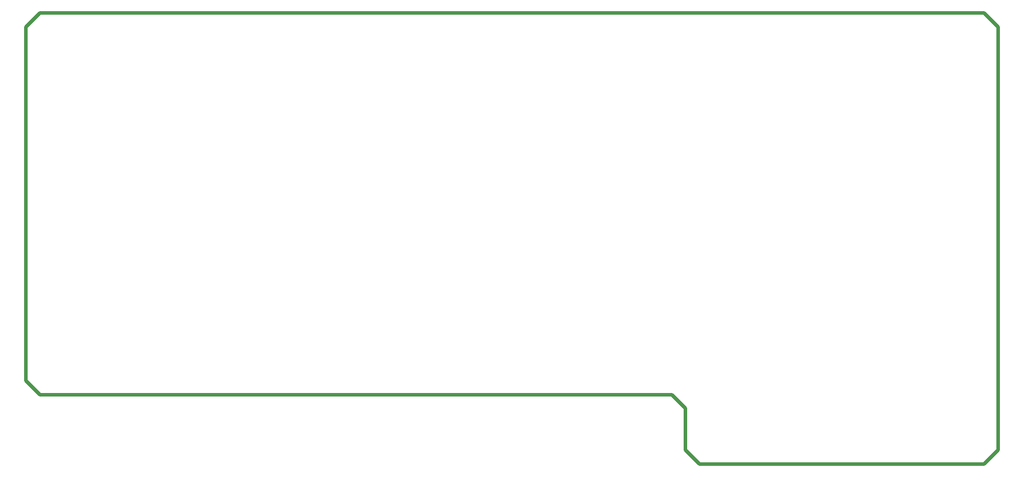
<source format=gm1>
%TF.GenerationSoftware,KiCad,Pcbnew,9.0.1*%
%TF.CreationDate,2025-04-23T13:29:55-06:00*%
%TF.ProjectId,brownberryKeeb,62726f77-6e62-4657-9272-794b6565622e,rev?*%
%TF.SameCoordinates,Original*%
%TF.FileFunction,Profile,NP*%
%FSLAX46Y46*%
G04 Gerber Fmt 4.6, Leading zero omitted, Abs format (unit mm)*
G04 Created by KiCad (PCBNEW 9.0.1) date 2025-04-23 13:29:55*
%MOMM*%
%LPD*%
G01*
G04 APERTURE LIST*
%TA.AperFunction,Profile*%
%ADD10C,0.500000*%
%TD*%
G04 APERTURE END LIST*
D10*
X228000000Y-85000000D02*
X230000000Y-87000000D01*
X183000000Y-140000000D02*
X185000000Y-142000000D01*
X187000000Y-150000000D02*
X185000000Y-148000000D01*
X185000000Y-148000000D02*
X185000000Y-142000000D01*
X90000000Y-87000000D02*
X92000000Y-85000000D01*
X90000000Y-138000000D02*
X92000000Y-140000000D01*
X92000000Y-140000000D02*
X183000000Y-140000000D01*
X92000000Y-85000000D02*
X228000000Y-85000000D01*
X230000000Y-148000000D02*
X230000000Y-87000000D01*
X228000000Y-150000000D02*
X230000000Y-148000000D01*
X90000000Y-138000000D02*
X90000000Y-87000000D01*
X187000000Y-150000000D02*
X228000000Y-150000000D01*
M02*

</source>
